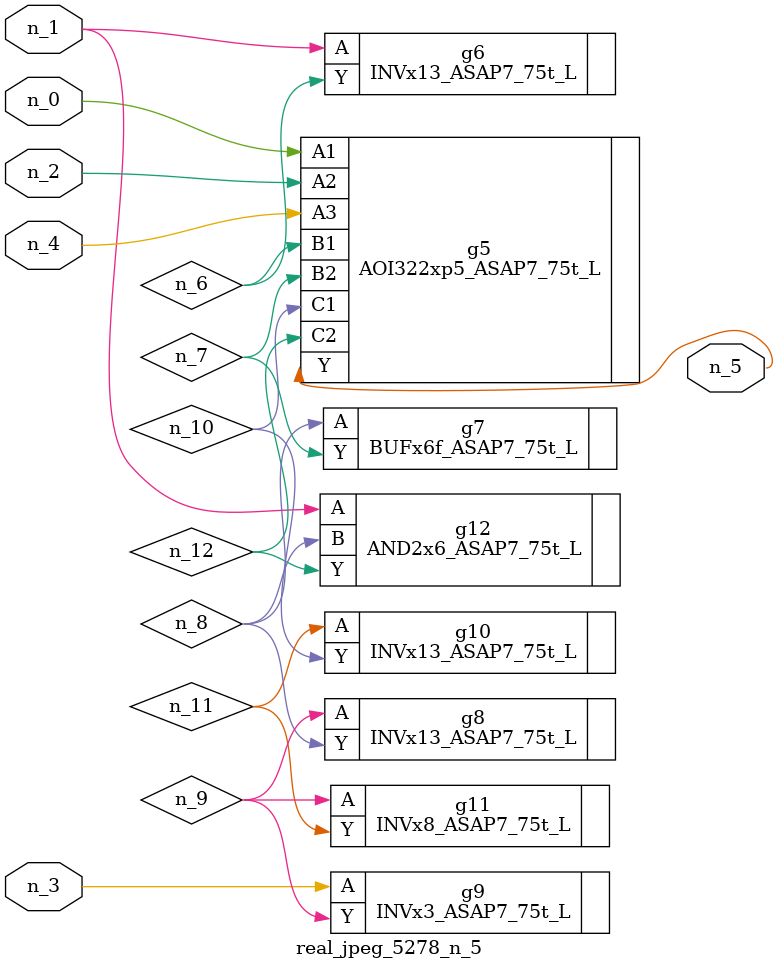
<source format=v>
module real_jpeg_5278_n_5 (n_4, n_0, n_1, n_2, n_3, n_5);

input n_4;
input n_0;
input n_1;
input n_2;
input n_3;

output n_5;

wire n_12;
wire n_8;
wire n_11;
wire n_6;
wire n_7;
wire n_10;
wire n_9;

AOI322xp5_ASAP7_75t_L g5 ( 
.A1(n_0),
.A2(n_2),
.A3(n_4),
.B1(n_6),
.B2(n_7),
.C1(n_10),
.C2(n_12),
.Y(n_5)
);

INVx13_ASAP7_75t_L g6 ( 
.A(n_1),
.Y(n_6)
);

AND2x6_ASAP7_75t_L g12 ( 
.A(n_1),
.B(n_8),
.Y(n_12)
);

INVx3_ASAP7_75t_L g9 ( 
.A(n_3),
.Y(n_9)
);

BUFx6f_ASAP7_75t_L g7 ( 
.A(n_8),
.Y(n_7)
);

INVx13_ASAP7_75t_L g8 ( 
.A(n_9),
.Y(n_8)
);

INVx8_ASAP7_75t_L g11 ( 
.A(n_9),
.Y(n_11)
);

INVx13_ASAP7_75t_L g10 ( 
.A(n_11),
.Y(n_10)
);


endmodule
</source>
